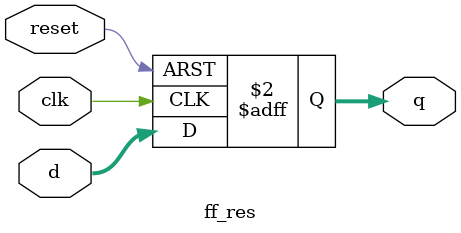
<source format=v>
module ff_res #(parameter N = 8)
              (input clk, reset,
               input [N-1:0] d, 
               output reg [N-1:0] q);

always @(posedge clk, posedge reset)
    if (reset) q <= 0;
    else       q <= d;

endmodule
</source>
